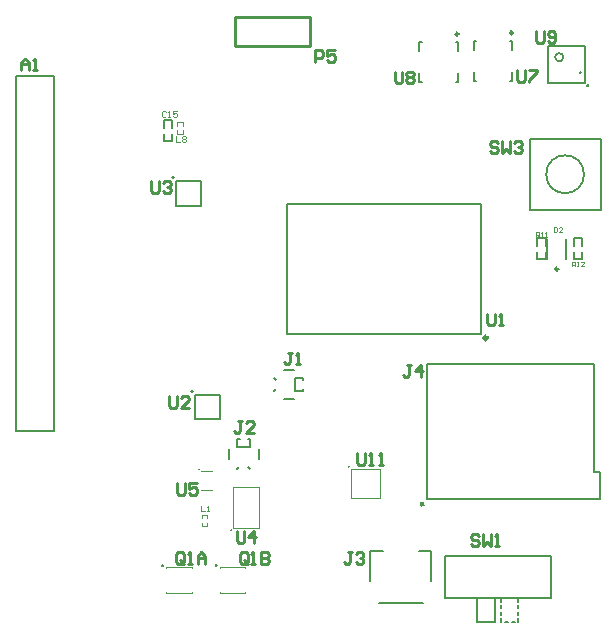
<source format=gbr>
%TF.GenerationSoftware,Altium Limited,Altium Designer,20.1.11 (218)*%
G04 Layer_Color=65535*
%FSLAX45Y45*%
%MOMM*%
%TF.SameCoordinates,A720D921-2E1A-4B1E-B03F-C1F3B01285F1*%
%TF.FilePolarity,Positive*%
%TF.FileFunction,Legend,Top*%
%TF.Part,Single*%
G01*
G75*
%TA.AperFunction,NonConductor*%
%ADD53C,0.20000*%
%ADD66C,0.10000*%
%ADD82C,0.15000*%
%ADD83C,0.12500*%
%ADD84C,0.15240*%
%ADD85C,0.25400*%
%ADD109C,0.25000*%
%ADD110C,0.30000*%
D53*
X1866244Y641210D02*
G03*
X1866244Y641210I-5000J0D01*
G01*
X2861000Y1174000D02*
G03*
X2861000Y1174000I-5000J0D01*
G01*
X1377500Y3620000D02*
G03*
X1377500Y3620000I-7500J0D01*
G01*
X1537508Y1809992D02*
G03*
X1537508Y1809992I-7500J0D01*
G01*
X3519999Y2042502D02*
X4934997D01*
X3519999Y897500D02*
Y2042502D01*
Y897500D02*
X4987499D01*
Y1130002D01*
X4934997D02*
X4987499D01*
X4934997D02*
Y2042502D01*
X4539999Y2935000D02*
Y3105002D01*
X4699998Y2935000D02*
Y3105002D01*
X359999Y1480000D02*
Y4479999D01*
X39999Y1480000D02*
X359999D01*
X39999Y4479999D02*
X359999D01*
X39999Y1480000D02*
Y4479999D01*
D66*
X4750016Y2870007D02*
Y2909994D01*
X4770010D01*
X4776674Y2903329D01*
Y2890000D01*
X4770010Y2883336D01*
X4750016D01*
X4763345D02*
X4776674Y2870007D01*
X4790003D02*
X4803332D01*
X4796668D01*
Y2909994D01*
X4790003Y2903329D01*
X4849984Y2870007D02*
X4823326D01*
X4849984Y2896665D01*
Y2903329D01*
X4843319Y2909994D01*
X4829990D01*
X4823326Y2903329D01*
X4596677Y3199994D02*
Y3160007D01*
X4616671D01*
X4623335Y3166671D01*
Y3193329D01*
X4616671Y3199994D01*
X4596677D01*
X4663322Y3160007D02*
X4636664D01*
X4663322Y3186665D01*
Y3193329D01*
X4656658Y3199994D01*
X4643329D01*
X4636664Y3193329D01*
X4446681Y3120007D02*
Y3159994D01*
X4466674D01*
X4473339Y3153329D01*
Y3140000D01*
X4466674Y3133336D01*
X4446681D01*
X4460010D02*
X4473339Y3120007D01*
X4486668D02*
X4499997D01*
X4493332D01*
Y3159994D01*
X4486668Y3153329D01*
X4519990Y3120007D02*
X4533319D01*
X4526655D01*
Y3159994D01*
X4519990Y3153329D01*
X1398347Y3974992D02*
Y3925008D01*
X1431669D01*
X1448331Y3966661D02*
X1456661Y3974992D01*
X1473322D01*
X1481653Y3966661D01*
Y3958331D01*
X1473322Y3950000D01*
X1481653Y3941669D01*
Y3933339D01*
X1473322Y3925008D01*
X1456661D01*
X1448331Y3933339D01*
Y3941669D01*
X1456661Y3950000D01*
X1448331Y3958331D01*
Y3966661D01*
X1456661Y3950000D02*
X1473322D01*
X1606678Y844992D02*
Y795008D01*
X1640000D01*
X1656661D02*
X1673323D01*
X1664992D01*
Y844992D01*
X1656661Y836661D01*
X1310843Y4176661D02*
X1302512Y4184992D01*
X1285851D01*
X1277520Y4176661D01*
Y4143339D01*
X1285851Y4135008D01*
X1302512D01*
X1310843Y4143339D01*
X1327504Y4135008D02*
X1344165D01*
X1335835D01*
Y4184992D01*
X1327504Y4176661D01*
X1402480Y4184992D02*
X1369157D01*
Y4160000D01*
X1385818Y4168331D01*
X1394149D01*
X1402480Y4160000D01*
Y4143339D01*
X1394149Y4135008D01*
X1377488D01*
X1369157Y4143339D01*
D82*
X4827500Y4510000D02*
G03*
X4827500Y4510000I-7500J0D01*
G01*
X4675000Y4640000D02*
G03*
X4675000Y4640000I-35000J0D01*
G01*
X1590537Y1151214D02*
G03*
X1590537Y1151214I-5000J0D01*
G01*
X4542500Y4737499D02*
X4857501D01*
X4542500Y4422498D02*
Y4737499D01*
Y4422498D02*
X4857501D01*
Y4737499D01*
X2332002Y2299999D02*
Y3399997D01*
X3982001Y2299999D02*
Y3399997D01*
X2332002Y2299999D02*
X3982001D01*
X2332002Y3399997D02*
X3982001D01*
X3557510Y207498D02*
Y457500D01*
X3115001Y19391D02*
X3485003D01*
X3042510Y207498D02*
Y457500D01*
X3450002D02*
X3557510D01*
X3042510D02*
X3150018D01*
X2406999Y1815002D02*
Y1924999D01*
Y1815002D02*
X2475000D01*
X2406999Y1924999D02*
X2475000D01*
X2306999Y1995002D02*
X2392999D01*
X2475000Y1815002D02*
Y1834001D01*
Y1906000D02*
Y1924999D01*
X2306999Y1745000D02*
X2392999D01*
X2224998Y1815002D02*
X2242498Y1832503D01*
X2224998Y1924999D02*
X2242498Y1907499D01*
X3457500Y4692497D02*
Y4772497D01*
X3477500D01*
X3457500Y4427499D02*
Y4507499D01*
Y4427499D02*
X3477500D01*
X3762498D02*
X3782498D01*
Y4507499D01*
Y4692497D02*
Y4772497D01*
X3762498D02*
X3782498D01*
X1915001Y1336998D02*
X2024998D01*
Y1404999D01*
X1915001Y1336998D02*
Y1404999D01*
X1844999Y1236998D02*
Y1322997D01*
X2005999Y1404999D02*
X2024998D01*
X1915001D02*
X1934000D01*
X2095001Y1236998D02*
Y1322997D01*
X2007498Y1172497D02*
X2024998Y1155002D01*
X1915001D02*
X1932502Y1172497D01*
X1604999Y3385001D02*
Y3594998D01*
X1395002Y3385001D02*
Y3595009D01*
Y3385001D02*
X1604999D01*
X1395002Y3594998D02*
X1604999D01*
X1765010Y1574990D02*
Y1784992D01*
X1555008Y1574990D02*
Y1785002D01*
Y1574990D02*
X1765010D01*
X1555008Y1784992D02*
X1765010D01*
X4222499Y4782497D02*
X4242499D01*
Y4702497D02*
Y4782497D01*
Y4437499D02*
Y4517499D01*
X4222499Y4437499D02*
X4242499D01*
X3917501D02*
X3937501D01*
X3917501D02*
Y4517499D01*
Y4782497D02*
X3937501D01*
X3917501Y4702497D02*
Y4782497D01*
D83*
X2101243Y658711D02*
Y1001210D01*
X1878744Y658711D02*
X2101243D01*
X1878744D02*
Y1001210D01*
X2101243D01*
X1617999Y767500D02*
X1661996D01*
X1617999Y669497D02*
X1661996D01*
X1617999D02*
Y700998D01*
Y735999D02*
Y767500D01*
X1661996Y669497D02*
Y700998D01*
Y735999D02*
Y767500D01*
X1408009Y3990990D02*
Y4022492D01*
Y4057493D02*
Y4088994D01*
X1452007Y3990990D02*
Y4022492D01*
Y4057493D02*
Y4088994D01*
X1408009D02*
X1452007D01*
X1408009Y3990990D02*
X1452007D01*
X2874999Y904998D02*
X3125001D01*
Y1155000D01*
X2874999Y904998D02*
Y1155000D01*
X3125001D01*
X1608748Y1140002D02*
X1703749D01*
X1608743Y979992D02*
X1703744D01*
X1311501Y312502D02*
Y321001D01*
X1528499D01*
Y312502D02*
Y321001D01*
Y104003D02*
Y112502D01*
X1311501Y104003D02*
Y112502D01*
Y104003D02*
X1528499D01*
X1766998Y314998D02*
Y323497D01*
X1984001D01*
Y314998D02*
Y323497D01*
Y106500D02*
Y114999D01*
X1766998Y106500D02*
Y114999D01*
Y106500D02*
X1984001D01*
D84*
X4850078Y3650000D02*
G03*
X4850078Y3650000I-160078J0D01*
G01*
X3669998Y414998D02*
X4570001D01*
Y65001D02*
Y414998D01*
X3669998Y65001D02*
X4570001D01*
X3669998D02*
Y414998D01*
X4239999Y-140002D02*
X4270002D01*
X4144998Y30000D02*
Y65001D01*
Y-26002D02*
Y4000D01*
X4178999Y-140002D02*
X4204003D01*
X4295001Y-26002D02*
Y4000D01*
Y30000D02*
Y65001D01*
Y-81999D02*
Y-52001D01*
X4144998Y-81999D02*
Y-52001D01*
X4238999Y-140002D02*
X4264002D01*
X4144998D02*
Y-110000D01*
X4295001Y-140002D02*
Y-110000D01*
X4095001Y-140002D02*
Y65001D01*
X3944999Y-140002D02*
X4095001D01*
X3944999D02*
Y65001D01*
X1295010Y4109992D02*
X1365007D01*
X1295010Y3929992D02*
X1365007D01*
X1295010D02*
Y3994991D01*
Y4044993D02*
Y4109992D01*
X1365007Y3929992D02*
Y3994991D01*
Y4044993D02*
Y4109992D01*
X4837498Y3045001D02*
Y3107500D01*
Y2932499D02*
Y2994999D01*
X4762502Y3045001D02*
Y3107500D01*
Y2932499D02*
Y2994999D01*
Y2932499D02*
X4837498D01*
X4762502Y3107500D02*
X4837498D01*
X4389998Y3350002D02*
X4990001D01*
Y3950001D01*
X4389998D02*
X4990001D01*
X4389998Y3350002D02*
Y3950001D01*
X4452499Y2932498D02*
X4527500D01*
X4452499Y3107499D02*
X4527500D01*
Y3045000D02*
Y3107499D01*
Y2932498D02*
Y2994998D01*
X4452499Y3045000D02*
Y3107499D01*
Y2932498D02*
Y2994998D01*
D85*
X1893498Y4735001D02*
Y4984998D01*
Y4735001D02*
X2527497D01*
Y4984998D01*
X1893498D02*
X2527497D01*
X4441700Y4864992D02*
Y4781685D01*
X4458361Y4765024D01*
X4491683D01*
X4508345Y4781685D01*
Y4864992D01*
X4541667Y4781685D02*
X4558329Y4765024D01*
X4591651D01*
X4608312Y4781685D01*
Y4848330D01*
X4591651Y4864992D01*
X4558329D01*
X4541667Y4848330D01*
Y4831669D01*
X4558329Y4815008D01*
X4608312D01*
X3388339Y2032486D02*
X3355016D01*
X3371678D01*
Y1949179D01*
X3355016Y1932518D01*
X3338355D01*
X3321694Y1949179D01*
X3471646Y1932518D02*
Y2032486D01*
X3421662Y1982502D01*
X3488307D01*
X4030357Y2469982D02*
Y2386675D01*
X4047019Y2370014D01*
X4080341D01*
X4097002Y2386675D01*
Y2469982D01*
X4130325Y2370014D02*
X4163648D01*
X4146986D01*
Y2469982D01*
X4130325Y2453320D01*
X1186694Y3589984D02*
Y3506678D01*
X1203355Y3490016D01*
X1236677D01*
X1253339Y3506678D01*
Y3589984D01*
X1286661Y3573323D02*
X1303323Y3589984D01*
X1336645D01*
X1353306Y3573323D01*
Y3556661D01*
X1336645Y3540000D01*
X1319984D01*
X1336645D01*
X1353306Y3523339D01*
Y3506678D01*
X1336645Y3490016D01*
X1303323D01*
X1286661Y3506678D01*
X1336694Y1769984D02*
Y1686678D01*
X1353355Y1670016D01*
X1386677D01*
X1403339Y1686678D01*
Y1769984D01*
X1503306Y1670016D02*
X1436661D01*
X1503306Y1736661D01*
Y1753323D01*
X1486645Y1769984D01*
X1453323D01*
X1436661Y1753323D01*
X2931702Y1289984D02*
Y1206678D01*
X2948363Y1190016D01*
X2981686D01*
X2998347Y1206678D01*
Y1289984D01*
X3031670Y1190016D02*
X3064992D01*
X3048331D01*
Y1289984D01*
X3031670Y1273323D01*
X3114976Y1190016D02*
X3148299D01*
X3131637D01*
Y1289984D01*
X3114976Y1273323D01*
X3246694Y4519984D02*
Y4436677D01*
X3263355Y4420016D01*
X3296677D01*
X3313339Y4436677D01*
Y4519984D01*
X3346661Y4503322D02*
X3363323Y4519984D01*
X3396645D01*
X3413306Y4503322D01*
Y4486661D01*
X3396645Y4470000D01*
X3413306Y4453339D01*
Y4436677D01*
X3396645Y4420016D01*
X3363323D01*
X3346661Y4436677D01*
Y4453339D01*
X3363323Y4470000D01*
X3346661Y4486661D01*
Y4503322D01*
X3363323Y4470000D02*
X3396645D01*
X4286693Y4529984D02*
Y4446677D01*
X4303355Y4430016D01*
X4336677D01*
X4353339Y4446677D01*
Y4529984D01*
X4386661D02*
X4453306D01*
Y4513322D01*
X4386661Y4446677D01*
Y4430016D01*
X1403449Y1038491D02*
Y955185D01*
X1420111Y938524D01*
X1453433D01*
X1470094Y955185D01*
Y1038491D01*
X1570062D02*
X1503417D01*
Y988508D01*
X1536740Y1005169D01*
X1553401D01*
X1570062Y988508D01*
Y955185D01*
X1553401Y938524D01*
X1520078D01*
X1503417Y955185D01*
X1909189Y631646D02*
Y548340D01*
X1925850Y531679D01*
X1959173D01*
X1975834Y548340D01*
Y631646D01*
X2059141Y531679D02*
Y631646D01*
X2009157Y581663D01*
X2075802D01*
X4123355Y3913323D02*
X4106694Y3929984D01*
X4073371D01*
X4056710Y3913323D01*
Y3896661D01*
X4073371Y3880000D01*
X4106694D01*
X4123355Y3863339D01*
Y3846678D01*
X4106694Y3830016D01*
X4073371D01*
X4056710Y3846678D01*
X4156677Y3929984D02*
Y3830016D01*
X4190000Y3863339D01*
X4223323Y3830016D01*
Y3929984D01*
X4256645Y3913323D02*
X4273307Y3929984D01*
X4306629D01*
X4323290Y3913323D01*
Y3896661D01*
X4306629Y3880000D01*
X4289968D01*
X4306629D01*
X4323290Y3863339D01*
Y3846678D01*
X4306629Y3830016D01*
X4273307D01*
X4256645Y3846678D01*
X3960016Y583322D02*
X3943355Y599984D01*
X3910033D01*
X3893371Y583322D01*
Y566661D01*
X3910033Y550000D01*
X3943355D01*
X3960016Y533339D01*
Y516677D01*
X3943355Y500016D01*
X3910033D01*
X3893371Y516677D01*
X3993339Y599984D02*
Y500016D01*
X4026661Y533339D01*
X4059984Y500016D01*
Y599984D01*
X4093307Y500016D02*
X4126629D01*
X4109968D01*
Y599984D01*
X4093307Y583322D01*
X2001685Y366677D02*
Y433322D01*
X1985024Y449984D01*
X1951702D01*
X1935040Y433322D01*
Y366677D01*
X1951702Y350016D01*
X1985024D01*
X1968363Y383339D02*
X2001685Y350016D01*
X1985024D02*
X2001685Y366677D01*
X2035008Y350016D02*
X2068331D01*
X2051670D01*
Y449984D01*
X2035008Y433322D01*
X2118315Y449984D02*
Y350016D01*
X2168298D01*
X2184960Y366677D01*
Y383339D01*
X2168298Y400000D01*
X2118315D01*
X2168298D01*
X2184960Y416661D01*
Y433322D01*
X2168298Y449984D01*
X2118315D01*
X1461685Y366677D02*
Y433322D01*
X1445024Y449984D01*
X1411702D01*
X1395040Y433322D01*
Y366677D01*
X1411702Y350016D01*
X1445024D01*
X1428363Y383339D02*
X1461685Y350016D01*
X1445024D02*
X1461685Y366677D01*
X1495008Y350016D02*
X1528331D01*
X1511670D01*
Y449984D01*
X1495008Y433322D01*
X1578315Y350016D02*
Y416661D01*
X1611637Y449984D01*
X1644960Y416661D01*
Y350016D01*
Y400000D01*
X1578315D01*
X2576694Y4600016D02*
Y4699984D01*
X2626677D01*
X2643339Y4683323D01*
Y4650000D01*
X2626677Y4633339D01*
X2576694D01*
X2743306Y4699984D02*
X2676661D01*
Y4650000D01*
X2709984Y4666661D01*
X2726645D01*
X2743306Y4650000D01*
Y4616678D01*
X2726645Y4600016D01*
X2693323D01*
X2676661Y4616678D01*
X2883339Y449984D02*
X2850016D01*
X2866678D01*
Y366677D01*
X2850016Y350016D01*
X2833355D01*
X2816694Y366677D01*
X2916661Y433322D02*
X2933323Y449984D01*
X2966645D01*
X2983306Y433322D01*
Y416661D01*
X2966645Y400000D01*
X2949984D01*
X2966645D01*
X2983306Y383339D01*
Y366677D01*
X2966645Y350016D01*
X2933323D01*
X2916661Y366677D01*
X1953341Y1559986D02*
X1920018D01*
X1936680D01*
Y1476680D01*
X1920018Y1460018D01*
X1903357D01*
X1886696Y1476680D01*
X2053309Y1460018D02*
X1986664D01*
X2053309Y1526663D01*
Y1543325D01*
X2036647Y1559986D01*
X2003325D01*
X1986664Y1543325D01*
X2380000Y2139984D02*
X2346678D01*
X2363339D01*
Y2056677D01*
X2346678Y2040016D01*
X2330016D01*
X2313355Y2056677D01*
X2413323Y2040016D02*
X2446645D01*
X2429984D01*
Y2139984D01*
X2413323Y2123322D01*
X83355Y4530016D02*
Y4596661D01*
X116677Y4629984D01*
X150000Y4596661D01*
Y4530016D01*
Y4580000D01*
X83355D01*
X183323Y4530016D02*
X216645D01*
X199984D01*
Y4629984D01*
X183323Y4613322D01*
D109*
X4882500Y4402500D02*
G03*
X4882500Y4402500I-5000J0D01*
G01*
X3486423Y868224D02*
G03*
X3488837Y866340I-6425J-10722D01*
G01*
X4632500Y2847500D02*
G03*
X4632500Y2847500I-12500J0D01*
G01*
X3787500Y4837500D02*
G03*
X3787500Y4837500I-12500J0D01*
G01*
X4247500Y4847500D02*
G03*
X4247500Y4847500I-12500J0D01*
G01*
X1282500Y335001D02*
G03*
X1282500Y335001I-5000J0D01*
G01*
X1737998Y337498D02*
G03*
X1737998Y337498I-5000J0D01*
G01*
D110*
X4032502Y2264998D02*
G03*
X4032502Y2264998I-15000J0D01*
G01*
%TF.MD5,81ad1c25f82f8f936597d23ad3de6147*%
M02*

</source>
